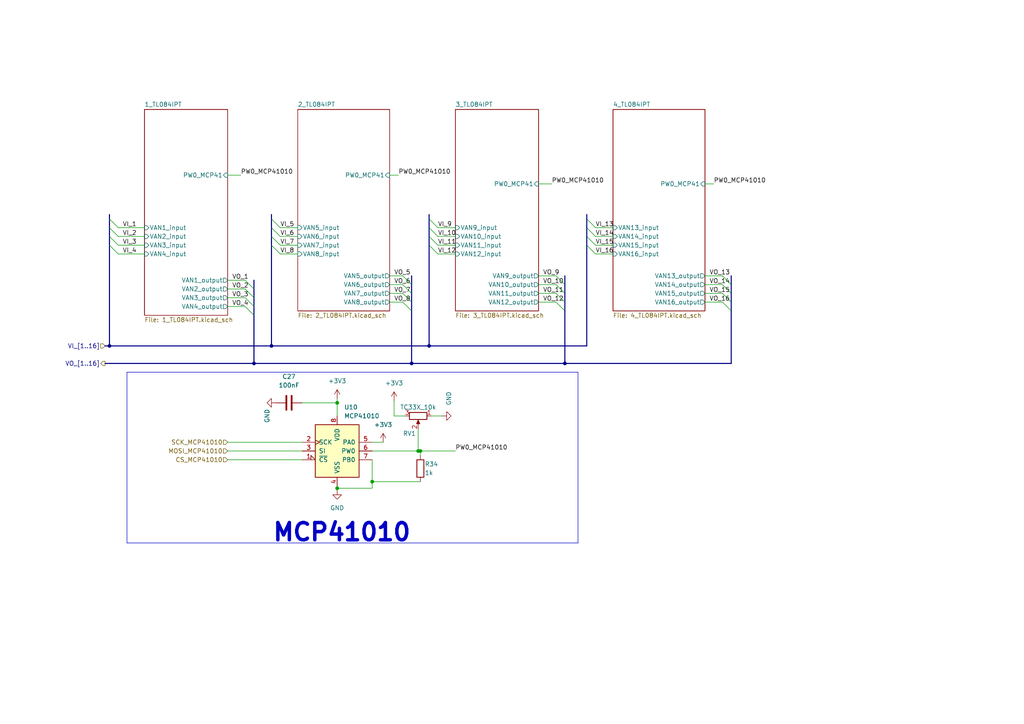
<source format=kicad_sch>
(kicad_sch (version 20230121) (generator eeschema)
  (paper "A4")
  (lib_symbols
    (symbol "Device:C" (pin_numbers hide) (pin_names (offset 0.254))
      (property "Reference" "C" (at 0.635 2.54 0))
      (property "Value" "C" (at 0.635 -2.54 0))
      (symbol "C_0_1"
        (polyline (pts (xy -2.032 -0.762) (xy 2.032 -0.762)) (stroke (width 0.508)))
        (polyline (pts (xy -2.032 0.762) (xy 2.032 0.762)) (stroke (width 0.508)))
      )
      (symbol "C_1_1"
        (pin passive line (at 0 3.81 270) (length 2.794) (name "~") (number "1"))
        (pin passive line (at 0 -3.81 90) (length 2.794) (name "~") (number "2"))
      )
    )
    (symbol "Device:R" (pin_numbers hide) (pin_names (offset 0))
      (property "Reference" "R" (at 2.032 0 90))
      (property "Value" "R" (at 0 0 90))
      (symbol "R_0_1"
        (rectangle (start -1.016 -2.54) (end 1.016 2.54) (stroke (width 0.254)))
      )
      (symbol "R_1_1"
        (pin passive line (at 0 3.81 270) (length 1.27) (name "~") (number "1"))
        (pin passive line (at 0 -3.81 90) (length 1.27) (name "~") (number "2"))
      )
    )
    (symbol "Device:R_Potentiometer" (pin_names (offset 1.016) hide)
      (property "Reference" "RV" (at -4.445 0 90))
      (property "Value" "R_Potentiometer" (at -2.54 0 90))
      (symbol "R_Potentiometer_0_1"
        (polyline (pts (xy 2.54 0) (xy 1.524 0)))
        (polyline (pts (xy 1.143 0) (xy 2.286 0.508) (xy 2.286 -0.508) (xy 1.143 0)) (fill (type outline)))
        (rectangle (start 1.016 2.54) (end -1.016 -2.54) (stroke (width 0.254)))
      )
      (symbol "R_Potentiometer_1_1"
        (pin passive line (at 0 3.81 270) (length 1.27) (name "1") (number "1"))
        (pin passive line (at 3.81 0 180) (length 1.27) (name "2") (number "2"))
        (pin passive line (at 0 -3.81 90) (length 1.27) (name "3") (number "3"))
      )
    )
    (symbol "Potentiometer_Digital:MCP41010" (pin_names (offset 1.016))
      (property "Reference" "U" (at -6.35 8.89 0))
      (property "Value" "MCP41010" (at 1.27 8.89 0))
      (symbol "MCP41010_0_1"
        (rectangle (start -6.35 7.62) (end 6.35 -7.62) (stroke (width 0.254)) (fill (type background)))
      )
      (symbol "MCP41010_1_1"
        (pin input input_low (at -10.16 -2.54 0) (length 3.81) (name "~{CS}") (number "1"))
        (pin passive clock (at -10.16 2.54 0) (length 3.81) (name "SCK") (number "2"))
        (pin input line (at -10.16 0 0) (length 3.81) (name "SI") (number "3"))
        (pin power_in line (at 0 -10.16 90) (length 2.54) (name "VSS") (number "4"))
        (pin passive line (at 10.16 2.54 180) (length 3.81) (name "PA0") (number "5"))
        (pin passive line (at 10.16 0 180) (length 3.81) (name "PW0") (number "6"))
        (pin passive line (at 10.16 -2.54 180) (length 3.81) (name "PB0") (number "7"))
        (pin power_in line (at 0 10.16 270) (length 2.54) (name "VDD") (number "8"))
      )
    )
    (symbol "power:+3V3" (power) (pin_names (offset 0))
      (property "Value" "+3V3" (at 0 3.556 0))
      (symbol "+3V3_0_1"
        (polyline (pts (xy -0.762 1.27) (xy 0 2.54)))
        (polyline (pts (xy 0 0) (xy 0 2.54)))
        (polyline (pts (xy 0 2.54) (xy 0.762 1.27)))
      )
      (symbol "+3V3_1_1"
        (pin power_in line (at 0 0 90) (length 0) hide (name "+3V3") (number "1"))
      )
    )
    (symbol "power:GND" (power) (pin_names (offset 0))
      (property "Value" "GND" (at 0 -3.81 0))
      (symbol "GND_0_1"
        (polyline (pts (xy 0 0) (xy 0 -1.27) (xy 1.27 -1.27) (xy 0 -2.54) (xy -1.27 -1.27) (xy 0 -1.27)))
      )
      (symbol "GND_1_1"
        (pin power_in line (at 0 0 270) (length 0) hide (name "GND") (number "1"))
      )
    )
  )
  (junction (at 121.92 130.81))
  (junction (at 107.95 139.7))
  (junction (at 119.38 105.41))
  (junction (at 163.83 105.41))
  (junction (at 121.285 130.81))
  (junction (at 73.66 105.41))
  (junction (at 31.75 100.33))
  (junction (at 97.79 116.84))
  (junction (at 78.74 100.33))
  (junction (at 124.46 100.33))
  (junction (at 97.79 141.605))
  (bus_entry (at 170.18 63.5) (size 2.54 2.54))
  (bus_entry (at 209.55 82.55) (size 2.54 2.54))
  (bus_entry (at 161.29 82.55) (size 2.54 2.54))
  (bus_entry (at 71.12 88.9) (size 2.54 2.54))
  (bus_entry (at 31.75 66.04) (size 2.54 2.54))
  (bus_entry (at 31.75 63.5) (size 2.54 2.54))
  (bus_entry (at 78.74 71.12) (size 2.54 2.54))
  (bus_entry (at 71.12 81.28) (size 2.54 2.54))
  (bus_entry (at 170.18 68.58) (size 2.54 2.54))
  (bus_entry (at 78.74 68.58) (size 2.54 2.54))
  (bus_entry (at 209.55 80.01) (size 2.54 2.54))
  (bus_entry (at 209.55 87.63) (size 2.54 2.54))
  (bus_entry (at 116.84 87.63) (size 2.54 2.54))
  (bus_entry (at 71.12 86.36) (size 2.54 2.54))
  (bus_entry (at 116.84 82.55) (size 2.54 2.54))
  (bus_entry (at 161.29 80.01) (size 2.54 2.54))
  (bus_entry (at 170.18 66.04) (size 2.54 2.54))
  (bus_entry (at 31.75 71.12) (size 2.54 2.54))
  (bus_entry (at 124.46 68.58) (size 2.54 2.54))
  (bus_entry (at 209.55 85.09) (size 2.54 2.54))
  (bus_entry (at 31.75 68.58) (size 2.54 2.54))
  (bus_entry (at 161.29 87.63) (size 2.54 2.54))
  (bus_entry (at 116.84 80.01) (size 2.54 2.54))
  (bus_entry (at 124.46 63.5) (size 2.54 2.54))
  (bus_entry (at 116.84 85.09) (size 2.54 2.54))
  (bus_entry (at 124.46 66.04) (size 2.54 2.54))
  (bus_entry (at 78.74 63.5) (size 2.54 2.54))
  (bus_entry (at 124.46 71.12) (size 2.54 2.54))
  (bus_entry (at 71.12 83.82) (size 2.54 2.54))
  (bus_entry (at 78.74 66.04) (size 2.54 2.54))
  (bus_entry (at 170.18 71.12) (size 2.54 2.54))
  (bus_entry (at 161.29 85.09) (size 2.54 2.54))
  (bus (pts (xy 31.75 100.33) (xy 78.74 100.33)))
  (wire (pts (xy 87.63 116.84) (xy 97.79 116.84)))
  (wire (pts (xy 127 66.04) (xy 132.08 66.04)))
  (wire (pts (xy 81.28 68.58) (xy 86.36 68.58)))
  (polyline (pts (xy 167.64 107.95) (xy 167.64 157.48)))
  (bus (pts (xy 119.38 80.01) (xy 119.38 82.55)))
  (bus (pts (xy 119.38 82.55) (xy 119.38 85.09)))
  (wire (pts (xy 127 71.12) (xy 132.08 71.12)))
  (wire (pts (xy 34.29 73.66) (xy 41.91 73.66)))
  (bus (pts (xy 170.18 68.58) (xy 170.18 71.12)))
  (wire (pts (xy 204.47 85.09) (xy 209.55 85.09)))
  (bus (pts (xy 73.66 83.82) (xy 73.66 86.36)))
  (wire (pts (xy 107.95 139.7) (xy 107.95 141.605)))
  (wire (pts (xy 81.28 73.66) (xy 86.36 73.66)))
  (bus (pts (xy 124.46 71.12) (xy 124.46 100.33)))
  (wire (pts (xy 107.95 139.7) (xy 121.92 139.7)))
  (wire (pts (xy 107.95 130.81) (xy 121.285 130.81)))
  (wire (pts (xy 66.04 50.8) (xy 69.85 50.8)))
  (wire (pts (xy 121.285 130.81) (xy 121.92 130.81)))
  (bus (pts (xy 30.48 100.33) (xy 31.75 100.33)))
  (bus (pts (xy 124.46 62.23) (xy 124.46 63.5)))
  (bus (pts (xy 30.48 105.41) (xy 73.66 105.41)))
  (wire (pts (xy 66.04 88.9) (xy 71.12 88.9)))
  (wire (pts (xy 172.72 71.12) (xy 177.8 71.12)))
  (bus (pts (xy 119.38 85.09) (xy 119.38 87.63)))
  (bus (pts (xy 78.74 71.12) (xy 78.74 100.33)))
  (wire (pts (xy 172.72 68.58) (xy 177.8 68.58)))
  (wire (pts (xy 111.125 128.27) (xy 107.95 128.27)))
  (wire (pts (xy 156.21 87.63) (xy 161.29 87.63)))
  (wire (pts (xy 204.47 53.34) (xy 207.01 53.34)))
  (bus (pts (xy 78.74 68.58) (xy 78.74 71.12)))
  (wire (pts (xy 204.47 82.55) (xy 209.55 82.55)))
  (wire (pts (xy 204.47 80.01) (xy 209.55 80.01)))
  (wire (pts (xy 113.03 80.01) (xy 116.84 80.01)))
  (wire (pts (xy 125.095 120.65) (xy 128.27 120.65)))
  (wire (pts (xy 172.72 73.66) (xy 177.8 73.66)))
  (polyline (pts (xy 167.64 157.48) (xy 36.83 157.48)))
  (wire (pts (xy 34.29 68.58) (xy 41.91 68.58)))
  (bus (pts (xy 212.09 105.41) (xy 163.83 105.41)))
  (bus (pts (xy 212.09 82.55) (xy 212.09 85.09)))
  (wire (pts (xy 66.04 133.35) (xy 87.63 133.35)))
  (bus (pts (xy 31.75 68.58) (xy 31.75 71.12)))
  (wire (pts (xy 81.28 66.04) (xy 86.36 66.04)))
  (bus (pts (xy 73.66 91.44) (xy 73.66 105.41)))
  (wire (pts (xy 81.28 71.12) (xy 86.36 71.12)))
  (bus (pts (xy 31.75 71.12) (xy 31.75 100.33)))
  (wire (pts (xy 107.95 141.605) (xy 97.79 141.605)))
  (wire (pts (xy 34.29 71.12) (xy 41.91 71.12)))
  (bus (pts (xy 124.46 68.58) (xy 124.46 71.12)))
  (wire (pts (xy 113.03 82.55) (xy 116.84 82.55)))
  (wire (pts (xy 34.29 66.04) (xy 41.91 66.04)))
  (bus (pts (xy 170.18 63.5) (xy 170.18 66.04)))
  (bus (pts (xy 73.66 88.9) (xy 73.66 91.44)))
  (wire (pts (xy 113.03 50.8) (xy 115.57 50.8)))
  (wire (pts (xy 127 68.58) (xy 132.08 68.58)))
  (wire (pts (xy 97.79 115.57) (xy 97.79 116.84)))
  (wire (pts (xy 97.79 116.84) (xy 97.79 120.65)))
  (bus (pts (xy 78.74 100.33) (xy 124.46 100.33)))
  (wire (pts (xy 204.47 87.63) (xy 209.55 87.63)))
  (bus (pts (xy 212.09 85.09) (xy 212.09 87.63)))
  (bus (pts (xy 73.66 86.36) (xy 73.66 88.9)))
  (wire (pts (xy 66.04 128.27) (xy 87.63 128.27)))
  (polyline (pts (xy 39.37 107.95) (xy 167.64 107.95)))
  (bus (pts (xy 119.38 87.63) (xy 119.38 90.17)))
  (bus (pts (xy 170.18 62.23) (xy 170.18 63.5)))
  (bus (pts (xy 170.18 71.12) (xy 170.18 100.33)))
  (wire (pts (xy 121.92 130.81) (xy 132.08 130.81)))
  (wire (pts (xy 156.21 85.09) (xy 161.29 85.09)))
  (wire (pts (xy 127 73.66) (xy 132.08 73.66)))
  (wire (pts (xy 156.21 53.34) (xy 160.02 53.34)))
  (bus (pts (xy 163.83 80.01) (xy 163.83 82.55)))
  (bus (pts (xy 170.18 66.04) (xy 170.18 68.58)))
  (wire (pts (xy 113.03 85.09) (xy 116.84 85.09)))
  (bus (pts (xy 119.38 105.41) (xy 73.66 105.41)))
  (bus (pts (xy 119.38 90.17) (xy 119.38 105.41)))
  (wire (pts (xy 66.04 130.81) (xy 87.63 130.81)))
  (wire (pts (xy 156.21 80.01) (xy 161.29 80.01)))
  (bus (pts (xy 124.46 66.04) (xy 124.46 68.58)))
  (bus (pts (xy 212.09 87.63) (xy 212.09 90.17)))
  (bus (pts (xy 124.46 100.33) (xy 170.18 100.33)))
  (wire (pts (xy 121.285 124.46) (xy 121.285 130.81)))
  (wire (pts (xy 117.475 120.65) (xy 114.3 120.65)))
  (bus (pts (xy 124.46 63.5) (xy 124.46 66.04)))
  (wire (pts (xy 97.79 141.605) (xy 97.79 140.97)))
  (wire (pts (xy 113.03 87.63) (xy 116.84 87.63)))
  (wire (pts (xy 172.72 66.04) (xy 177.8 66.04)))
  (wire (pts (xy 66.04 83.82) (xy 71.12 83.82)))
  (wire (pts (xy 121.92 130.81) (xy 121.92 132.08)))
  (bus (pts (xy 163.83 105.41) (xy 119.38 105.41)))
  (wire (pts (xy 97.79 142.24) (xy 97.79 141.605)))
  (wire (pts (xy 66.04 81.28) (xy 71.12 81.28)))
  (wire (pts (xy 156.21 82.55) (xy 161.29 82.55)))
  (polyline (pts (xy 36.83 157.48) (xy 36.83 107.95)))
  (bus (pts (xy 163.83 82.55) (xy 163.83 85.09)))
  (wire (pts (xy 107.95 133.35) (xy 107.95 139.7)))
  (wire (pts (xy 114.3 120.65) (xy 114.3 116.205)))
  (bus (pts (xy 31.75 66.04) (xy 31.75 68.58)))
  (wire (pts (xy 66.04 86.36) (xy 71.12 86.36)))
  (bus (pts (xy 212.09 90.17) (xy 212.09 105.41)))
  (bus (pts (xy 78.74 63.5) (xy 78.74 66.04)))
  (bus (pts (xy 78.74 62.23) (xy 78.74 63.5)))
  (bus (pts (xy 212.09 80.01) (xy 212.09 82.55)))
  (bus (pts (xy 163.83 87.63) (xy 163.83 90.17)))
  (bus (pts (xy 163.83 90.17) (xy 163.83 105.41)))
  (bus (pts (xy 78.74 66.04) (xy 78.74 68.58)))
  (bus (pts (xy 31.75 63.5) (xy 31.75 66.04)))
  (bus (pts (xy 73.66 81.28) (xy 73.66 83.82)))
  (bus (pts (xy 31.75 62.23) (xy 31.75 63.5)))
  (bus (pts (xy 163.83 85.09) (xy 163.83 87.63)))
  (polyline (pts (xy 36.83 107.95) (xy 39.37 107.95)))
  (text "MCP41010\n" (at 78.74 157.48 0) (effects (font (size 5 5) bold) (justify left bottom)))
  (label "VI_2" (at 35.56 68.58 0))
  (label "VI_8" (at 81.28 73.66 0))
  (label "VI_5" (at 81.28 66.04 0))
  (label "VI_14" (at 172.72 68.58 0))
  (label "VI_3" (at 35.56 71.12 0))
  (label "VO_6" (at 114.3 82.55 0))
  (label "VO_12" (at 157.48 87.63 0))
  (label "VO_14" (at 205.74 82.55 0))
  (label "VO_5" (at 114.3 80.01 0))
  (label "VI_15" (at 172.72 71.12 0))
  (label "VI_6" (at 81.28 68.58 0))
  (label "VO_4" (at 67.31 88.9 0))
  (label "VI_16" (at 172.72 73.66 0))
  (label "VO_16" (at 205.74 87.63 0))
  (label "PW0_MCP41010" (at 207.01 53.34 0))
  (label "PW0_MCP41010" (at 132.08 130.81 0))
  (label "VI_9" (at 127 66.04 0))
  (label "PW0_MCP41010" (at 160.02 53.34 0))
  (label "VO_7" (at 114.3 85.09 0))
  (label "VI_13" (at 172.72 66.04 0))
  (label "VI_1" (at 35.56 66.04 0))
  (label "VO_8" (at 114.3 87.63 0))
  (label "VI_11" (at 127 71.12 0))
  (label "PW0_MCP41010" (at 115.57 50.8 0))
  (label "VO_13" (at 205.74 80.01 0))
  (label "VI_4" (at 35.56 73.66 0))
  (label "VI_12" (at 127 73.66 0))
  (label "VI_10" (at 127 68.58 0))
  (label "VO_15" (at 205.74 85.09 0))
  (label "VO_9" (at 157.48 80.01 0))
  (label "VO_11" (at 157.48 85.09 0))
  (label "VO_3" (at 67.31 86.36 0))
  (label "VO_10" (at 157.48 82.55 0))
  (label "VO_1" (at 67.31 81.28 0))
  (label "VO_2" (at 67.31 83.82 0))
  (label "PW0_MCP41010" (at 69.85 50.8 0))
  (label "VI_7" (at 81.28 71.12 0))
  (hierarchical_label "VI_[1..16]" (shape input) (at 30.48 100.33 180))
  (hierarchical_label "SCK_MCP41010" (shape input) (at 66.04 128.27 180))
  (hierarchical_label "CS_MCP41010" (shape input) (at 66.04 133.35 180))
  (hierarchical_label "VO_[1..16]" (shape output) (at 30.48 105.41 180))
  (hierarchical_label "MOSI_MCP41010" (shape input) (at 66.04 130.81 180))
  (symbol (lib_id "power:GND") (at 128.27 120.65 90) (unit 1)
    (property "Reference" "#PWR072" (effects hide))
    (property "Value" "GND" (at 130.175 115.57 0))
  )
  (symbol (lib_id "power:GND") (at 80.01 116.84 270) (unit 1)
    (property "Reference" "#PWR067" (effects hide))
    (property "Value" "GND" (at 77.47 120.65 0))
  )
  (symbol (lib_id "Device:R_Potentiometer") (at 121.285 120.65 270) (unit 1)
    (property "Reference" "RV1" (at 118.745 125.73 90))
    (property "Value" "TC33X_10k" (at 121.285 118.11 90))
    (property "Footprint" "IVS_FOOTPRINTS:Potentiometer_Bourns_TC33X_Vertical" (effects hide))
  )
  (symbol (lib_id "power:+3V3") (at 111.125 128.27 0) (unit 1)
    (property "Reference" "#PWR070" (effects hide))
    (property "Value" "+3V3" (at 111.125 123.19 0))
  )
  (symbol (lib_id "power:GND") (at 97.79 142.24 0) (unit 1)
    (property "Reference" "#PWR069" (effects hide))
    (property "Value" "GND" (at 97.79 147.32 0))
  )
  (symbol (lib_id "Device:C") (at 83.82 116.84 270) (unit 1)
    (property "Reference" "C27" (at 83.82 109.22 90))
    (property "Value" "100nF" (at 83.82 111.76 90))
    (property "Footprint" "IVS_FOOTPRINTS:C_0603" (effects hide))
  )
  (symbol (lib_id "Device:R") (at 121.92 135.89 0) (unit 1)
    (property "Reference" "R34" (at 123.19 134.62 0) (effects (justify left)))
    (property "Value" "1k" (at 123.19 137.16 0) (effects (justify left)))
    (property "Footprint" "IVS_FOOTPRINTS:R_0603" (effects hide))
    (instances (project "dongtam" (path "" (reference "R34") (unit 1)) (path "" (reference "R39") (unit 1))))
  )
  (symbol (lib_id "Potentiometer_Digital:MCP41010") (at 97.79 130.81 0) (unit 1)
    (property "Reference" "U10" (at 99.8094 118.11 0) (effects (justify left)))
    (property "Value" "MCP41010" (at 99.8094 120.65 0) (effects (justify left)))
    (property "Footprint" "IVS_FOOTPRINTS:SOIC-8_3.9x4.9mm_P1.27mm" (effects hide))
    (property "Datasheet" "http://ww1.microchip.com/downloads/en/DeviceDoc/11195c.pdf" (effects hide))
  )
  (symbol (lib_id "power:+3V3") (at 97.79 115.57 0) (unit 1)
    (property "Reference" "#PWR068" (effects hide))
    (property "Value" "+3V3" (at 97.79 110.49 0))
  )
  (symbol (lib_id "power:+3V3") (at 114.3 116.205 0) (unit 1)
    (property "Reference" "#PWR071" (effects hide))
    (property "Value" "+3V3" (at 114.3 111.125 0))
  )
  (sheet (at 132.08 31.75) (size 24.13 58.42) (stroke (width 0.1524))
    (property "Sheetname" "3_TL084IPT" (at 132.08 31.0384 0) (effects (justify left bottom)))
    (property "Sheetfile" "3_TL084IPT.kicad_sch" (at 132.08 90.7546 0) (effects (justify left top)))
    (pin "VAN11_output" output (at 156.21 85.09 0))
    (pin "VAN11_input" input (at 132.08 71.12 180))
    (pin "VAN10_input" input (at 132.08 68.58 180))
    (pin "VAN9_output" output (at 156.21 80.01 0))
    (pin "VAN10_output" output (at 156.21 82.55 0))
    (pin "VAN12_input" input (at 132.08 73.66 180))
    (pin "VAN12_output" output (at 156.21 87.63 0))
    (pin "VAN9_input" input (at 132.08 66.04 180))
    (pin "PW0_MCP41" input (at 156.21 53.34 0))
  )
  (sheet (at 41.91 31.75) (size 24.13 59.69) (stroke (width 0.1524))
    (property "Sheetname" "1_TL084IPT" (at 41.91 31.0384 0) (effects (justify left bottom)))
    (property "Sheetfile" "1_TL084IPT.kicad_sch" (at 41.91 92.0246 0) (effects (justify left top)))
    (pin "VAN3_input" input (at 41.91 71.12 180))
    (pin "VAN4_input" input (at 41.91 73.66 180))
    (pin "VAN2_input" input (at 41.91 68.58 180))
    (pin "VAN4_output" output (at 66.04 88.9 0))
    (pin "VAN1_input" input (at 41.91 66.04 180))
    (pin "VAN3_output" output (at 66.04 86.36 0))
    (pin "VAN2_output" output (at 66.04 83.82 0))
    (pin "VAN1_output" output (at 66.04 81.28 0))
    (pin "PW0_MCP41" input (at 66.04 50.8 0))
  )
  (sheet (at 86.36 31.75) (size 26.67 58.42) (stroke (width 0.1524))
    (property "Sheetname" "2_TL084IPT" (at 86.36 31.0384 0) (effects (justify left bottom)))
    (property "Sheetfile" "2_TL084IPT.kicad_sch" (at 86.36 90.7546 0) (effects (justify left top)))
    (pin "VAN8_input" input (at 86.36 73.66 180))
    (pin "VAN8_output" output (at 113.03 87.63 0))
    (pin "VAN6_output" output (at 113.03 82.55 0))
    (pin "VAN7_output" output (at 113.03 85.09 0))
    (pin "VAN5_output" output (at 113.03 80.01 0))
    (pin "VAN5_input" input (at 86.36 66.04 180))
    (pin "VAN6_input" input (at 86.36 68.58 180))
    (pin "VAN7_input" input (at 86.36 71.12 180))
    (pin "PW0_MCP41" input (at 113.03 50.8 0))
  )
  (sheet (at 177.8 31.75) (size 26.67 58.42) (stroke (width 0.1524))
    (property "Sheetname" "4_TL084IPT" (at 177.8 31.0384 0) (effects (justify left bottom)))
    (property "Sheetfile" "4_TL084IPT.kicad_sch" (at 177.8 90.7546 0) (effects (justify left top)))
    (pin "VAN16_input" input (at 177.8 73.66 180))
    (pin "VAN15_input" input (at 177.8 71.12 180))
    (pin "VAN14_input" input (at 177.8 68.58 180))
    (pin "VAN14_output" output (at 204.47 82.55 0))
    (pin "VAN13_input" input (at 177.8 66.04 180))
    (pin "VAN13_output" output (at 204.47 80.01 0))
    (pin "VAN16_output" output (at 204.47 87.63 0))
    (pin "VAN15_output" output (at 204.47 85.09 0))
    (pin "PW0_MCP41" input (at 204.47 53.34 0))
  )
)
</source>
